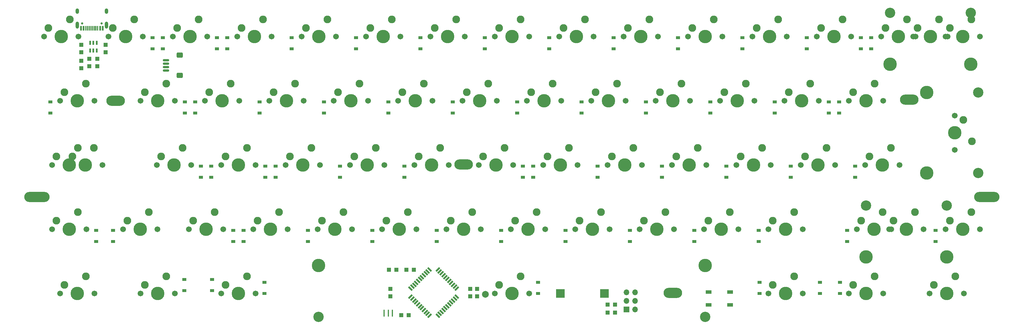
<source format=gbs>
G04 #@! TF.GenerationSoftware,KiCad,Pcbnew,(5.99.0-11336-g5116fa6d12)*
G04 #@! TF.CreationDate,2021-07-24T21:02:53+02:00*
G04 #@! TF.ProjectId,plain60-flex-mkd-iso,706c6169-6e36-4302-9d66-6c65782d6d6b,rev?*
G04 #@! TF.SameCoordinates,Original*
G04 #@! TF.FileFunction,Soldermask,Bot*
G04 #@! TF.FilePolarity,Negative*
%FSLAX46Y46*%
G04 Gerber Fmt 4.6, Leading zero omitted, Abs format (unit mm)*
G04 Created by KiCad (PCBNEW (5.99.0-11336-g5116fa6d12)) date 2021-07-24 21:02:53*
%MOMM*%
%LPD*%
G01*
G04 APERTURE LIST*
G04 Aperture macros list*
%AMRoundRect*
0 Rectangle with rounded corners*
0 $1 Rounding radius*
0 $2 $3 $4 $5 $6 $7 $8 $9 X,Y pos of 4 corners*
0 Add a 4 corners polygon primitive as box body*
4,1,4,$2,$3,$4,$5,$6,$7,$8,$9,$2,$3,0*
0 Add four circle primitives for the rounded corners*
1,1,$1+$1,$2,$3*
1,1,$1+$1,$4,$5*
1,1,$1+$1,$6,$7*
1,1,$1+$1,$8,$9*
0 Add four rect primitives between the rounded corners*
20,1,$1+$1,$2,$3,$4,$5,0*
20,1,$1+$1,$4,$5,$6,$7,0*
20,1,$1+$1,$6,$7,$8,$9,0*
20,1,$1+$1,$8,$9,$2,$3,0*%
%AMRotRect*
0 Rectangle, with rotation*
0 The origin of the aperture is its center*
0 $1 length*
0 $2 width*
0 $3 Rotation angle, in degrees counterclockwise*
0 Add horizontal line*
21,1,$1,$2,0,0,$3*%
G04 Aperture macros list end*
%ADD10C,2.286000*%
%ADD11C,1.701800*%
%ADD12C,3.987800*%
%ADD13C,3.048000*%
%ADD14O,7.500000X3.000000*%
%ADD15O,5.500000X3.000000*%
%ADD16R,1.200000X0.900000*%
%ADD17RotRect,1.500000X0.550000X135.000000*%
%ADD18RotRect,1.500000X0.550000X45.000000*%
%ADD19R,0.400000X2.000000*%
%ADD20R,1.700000X1.000000*%
%ADD21R,1.200000X1.300000*%
%ADD22C,2.000000*%
%ADD23R,1.300000X1.200000*%
%ADD24C,0.650000*%
%ADD25R,0.600000X1.450000*%
%ADD26R,0.300000X1.450000*%
%ADD27O,1.000000X2.100000*%
%ADD28O,1.000000X1.600000*%
%ADD29R,1.200000X1.250000*%
%ADD30R,1.250000X1.200000*%
%ADD31R,0.600000X1.200000*%
%ADD32R,1.700000X1.700000*%
%ADD33O,1.700000X1.700000*%
%ADD34RoundRect,0.150000X0.775000X-0.150000X0.775000X0.150000X-0.775000X0.150000X-0.775000X-0.150000X0*%
%ADD35RoundRect,0.332800X0.567200X-0.467200X0.567200X0.467200X-0.567200X0.467200X-0.567200X-0.467200X0*%
%ADD36R,2.500000X2.500000*%
G04 APERTURE END LIST*
D10*
X78740000Y-23495000D03*
X72390000Y-26035000D03*
D11*
X71120000Y-28575000D03*
X81280000Y-28575000D03*
D12*
X76200000Y-28575000D03*
D10*
X97790000Y-23495000D03*
X91440000Y-26035000D03*
D11*
X90170000Y-28575000D03*
X100330000Y-28575000D03*
D12*
X95250000Y-28575000D03*
D10*
X154940000Y-23495000D03*
X148590000Y-26035000D03*
D12*
X152400000Y-28575000D03*
D11*
X147320000Y-28575000D03*
X157480000Y-28575000D03*
D10*
X173990000Y-23495000D03*
X167640000Y-26035000D03*
D11*
X166370000Y-28575000D03*
X176530000Y-28575000D03*
D12*
X171450000Y-28575000D03*
D10*
X135890000Y-23495000D03*
X129540000Y-26035000D03*
D11*
X138430000Y-28575000D03*
X128270000Y-28575000D03*
D12*
X133350000Y-28575000D03*
D10*
X116840000Y-23495000D03*
X110490000Y-26035000D03*
D11*
X119380000Y-28575000D03*
X109220000Y-28575000D03*
D12*
X114300000Y-28575000D03*
D10*
X16827500Y-23495000D03*
X10477500Y-26035000D03*
D11*
X9207500Y-28575000D03*
D12*
X14287500Y-28575000D03*
D11*
X19367500Y-28575000D03*
D10*
X145415000Y-4445000D03*
X139065000Y-6985000D03*
D12*
X142875000Y-9525000D03*
D11*
X147955000Y-9525000D03*
X137795000Y-9525000D03*
D10*
X183515000Y-4445000D03*
X177165000Y-6985000D03*
D11*
X175895000Y-9525000D03*
X186055000Y-9525000D03*
D12*
X180975000Y-9525000D03*
D10*
X88265000Y-4445000D03*
X81915000Y-6985000D03*
D11*
X90805000Y-9525000D03*
X80645000Y-9525000D03*
D12*
X85725000Y-9525000D03*
D10*
X240665000Y-4445000D03*
X234315000Y-6985000D03*
D12*
X238125000Y-9525000D03*
D11*
X243205000Y-9525000D03*
X233045000Y-9525000D03*
D10*
X221615000Y-4445000D03*
X215265000Y-6985000D03*
D11*
X213995000Y-9525000D03*
X224155000Y-9525000D03*
D12*
X219075000Y-9525000D03*
D10*
X202565000Y-4445000D03*
X196215000Y-6985000D03*
D12*
X200025000Y-9525000D03*
D11*
X205105000Y-9525000D03*
X194945000Y-9525000D03*
D10*
X164465000Y-4445000D03*
X158115000Y-6985000D03*
D11*
X156845000Y-9525000D03*
X167005000Y-9525000D03*
D12*
X161925000Y-9525000D03*
D10*
X126365000Y-4445000D03*
X120015000Y-6985000D03*
D12*
X123825000Y-9525000D03*
D11*
X118745000Y-9525000D03*
X128905000Y-9525000D03*
D10*
X107315000Y-4445000D03*
X100965000Y-6985000D03*
D11*
X109855000Y-9525000D03*
X99695000Y-9525000D03*
D12*
X104775000Y-9525000D03*
D10*
X69215000Y-4445000D03*
X62865000Y-6985000D03*
D11*
X61595000Y-9525000D03*
D12*
X66675000Y-9525000D03*
D11*
X71755000Y-9525000D03*
D10*
X31115000Y-4445000D03*
X24765000Y-6985000D03*
D12*
X28575000Y-9525000D03*
D11*
X33655000Y-9525000D03*
X23495000Y-9525000D03*
D10*
X12065000Y-4445000D03*
X5715000Y-6985000D03*
D12*
X9525000Y-9525000D03*
D11*
X14605000Y-9525000D03*
X4445000Y-9525000D03*
D10*
X40640000Y-80645000D03*
X34290000Y-83185000D03*
D11*
X33020000Y-85725000D03*
X43180000Y-85725000D03*
D12*
X38100000Y-85725000D03*
D10*
X150177500Y-61595000D03*
X143827500Y-64135000D03*
D11*
X152717500Y-66675000D03*
X142557500Y-66675000D03*
D12*
X147637500Y-66675000D03*
D10*
X226377500Y-61595000D03*
X220027500Y-64135000D03*
D12*
X223837500Y-66675000D03*
D11*
X218757500Y-66675000D03*
X228917500Y-66675000D03*
D10*
X169227500Y-61595000D03*
X162877500Y-64135000D03*
D11*
X171767500Y-66675000D03*
D12*
X166687500Y-66675000D03*
D11*
X161607500Y-66675000D03*
D10*
X131127500Y-61595000D03*
X124777500Y-64135000D03*
D11*
X123507500Y-66675000D03*
D12*
X128587500Y-66675000D03*
D11*
X133667500Y-66675000D03*
D10*
X188277500Y-61595000D03*
X181927500Y-64135000D03*
D11*
X190817500Y-66675000D03*
X180657500Y-66675000D03*
D12*
X185737500Y-66675000D03*
D10*
X16827500Y-80645000D03*
X10477500Y-83185000D03*
D11*
X9207500Y-85725000D03*
X19367500Y-85725000D03*
D12*
X14287500Y-85725000D03*
D10*
X250190000Y-23495000D03*
X243840000Y-26035000D03*
D11*
X242570000Y-28575000D03*
D12*
X247650000Y-28575000D03*
D11*
X252730000Y-28575000D03*
D10*
X54927500Y-61595000D03*
X48577500Y-64135000D03*
D12*
X52387500Y-66675000D03*
D11*
X57467500Y-66675000D03*
X47307500Y-66675000D03*
D10*
X193040000Y-23495000D03*
X186690000Y-26035000D03*
D12*
X190500000Y-28575000D03*
D11*
X185420000Y-28575000D03*
X195580000Y-28575000D03*
D10*
X121602500Y-42545000D03*
X115252500Y-45085000D03*
D11*
X113982500Y-47625000D03*
D12*
X119062500Y-47625000D03*
D11*
X124142500Y-47625000D03*
D10*
X64452500Y-42545000D03*
X58102500Y-45085000D03*
D12*
X61912500Y-47625000D03*
D11*
X66992500Y-47625000D03*
X56832500Y-47625000D03*
D10*
X254952500Y-42545000D03*
X248602500Y-45085000D03*
D12*
X252412500Y-47625000D03*
D11*
X257492500Y-47625000D03*
X247332500Y-47625000D03*
D10*
X278765000Y-61595000D03*
X272415000Y-64135000D03*
D11*
X271145000Y-66675000D03*
X281305000Y-66675000D03*
D12*
X276225000Y-66675000D03*
D10*
X178752500Y-42545000D03*
X172402500Y-45085000D03*
D11*
X181292500Y-47625000D03*
D12*
X176212500Y-47625000D03*
D11*
X171132500Y-47625000D03*
D10*
X278924687Y-40640061D03*
X276384687Y-34290061D03*
D12*
X265588787Y-26162961D03*
X265588787Y-50038961D03*
D11*
X273844687Y-33020061D03*
D12*
X273844687Y-38100061D03*
D13*
X280828787Y-26162961D03*
X280828787Y-50038961D03*
D11*
X273844687Y-43180061D03*
D10*
X231140000Y-23495000D03*
X224790000Y-26035000D03*
D12*
X228600000Y-28575000D03*
D11*
X233680000Y-28575000D03*
X223520000Y-28575000D03*
D10*
X64452500Y-80645000D03*
X58102500Y-83185000D03*
D12*
X61912500Y-85725000D03*
D11*
X66992500Y-85725000D03*
X56832500Y-85725000D03*
D10*
X83502500Y-42545000D03*
X77152500Y-45085000D03*
D12*
X80962500Y-47625000D03*
D11*
X75882500Y-47625000D03*
X86042500Y-47625000D03*
D10*
X159702500Y-42545000D03*
X153352500Y-45085000D03*
D11*
X162242500Y-47625000D03*
X152082500Y-47625000D03*
D12*
X157162500Y-47625000D03*
D10*
X102552500Y-42545000D03*
X96202500Y-45085000D03*
D11*
X105092500Y-47625000D03*
D12*
X100012500Y-47625000D03*
D11*
X94932500Y-47625000D03*
D10*
X45402500Y-42545000D03*
X39052500Y-45085000D03*
D12*
X42862500Y-47625000D03*
D11*
X37782500Y-47625000D03*
X47942500Y-47625000D03*
D10*
X197802500Y-42545000D03*
X191452500Y-45085000D03*
D11*
X190182500Y-47625000D03*
D12*
X195262500Y-47625000D03*
D11*
X200342500Y-47625000D03*
D10*
X14446277Y-61594925D03*
X8096277Y-64134925D03*
D11*
X6826277Y-66674925D03*
D12*
X11906277Y-66674925D03*
D11*
X16986277Y-66674925D03*
D10*
X235902500Y-42545000D03*
X229552500Y-45085000D03*
D12*
X233362500Y-47625000D03*
D11*
X238442500Y-47625000D03*
X228282500Y-47625000D03*
D10*
X216852500Y-42545000D03*
X210502500Y-45085000D03*
D11*
X209232500Y-47625000D03*
X219392500Y-47625000D03*
D12*
X214312500Y-47625000D03*
D10*
X212090000Y-23495000D03*
X205740000Y-26035000D03*
D11*
X204470000Y-28575000D03*
X214630000Y-28575000D03*
D12*
X209550000Y-28575000D03*
D10*
X140652500Y-42545000D03*
X134302500Y-45085000D03*
D11*
X133032500Y-47625000D03*
D12*
X138112500Y-47625000D03*
D11*
X143192500Y-47625000D03*
D10*
X19208750Y-42545000D03*
X12858750Y-45085000D03*
D11*
X11588750Y-47625000D03*
D12*
X16668750Y-47625000D03*
D11*
X21748750Y-47625000D03*
D10*
X112077500Y-61595000D03*
X105727500Y-64135000D03*
D11*
X114617500Y-66675000D03*
X104457500Y-66675000D03*
D12*
X109537500Y-66675000D03*
D10*
X250190000Y-80645000D03*
X243840000Y-83185000D03*
D12*
X247650000Y-85725000D03*
D11*
X242570000Y-85725000D03*
X252730000Y-85725000D03*
D10*
X73977500Y-61595000D03*
X67627500Y-64135000D03*
D11*
X76517500Y-66675000D03*
X66357500Y-66675000D03*
D12*
X71437500Y-66675000D03*
D10*
X226377500Y-80645000D03*
X220027500Y-83185000D03*
D12*
X223837500Y-85725000D03*
D11*
X218757500Y-85725000D03*
X228917500Y-85725000D03*
D10*
X274002728Y-80645072D03*
X267652728Y-83185072D03*
D11*
X266382728Y-85725072D03*
X276542728Y-85725072D03*
D12*
X271462728Y-85725072D03*
D14*
X283368988Y-57125000D03*
X2381252Y-57125000D03*
D10*
X40640000Y-23495000D03*
X34290000Y-26035000D03*
D12*
X38100000Y-28575000D03*
D11*
X43180000Y-28575000D03*
X33020000Y-28575000D03*
D10*
X278764977Y-4445061D03*
X272414977Y-6985061D03*
D11*
X281304977Y-9525061D03*
X271144977Y-9525061D03*
D12*
X276224977Y-9525061D03*
D10*
X35427500Y-61595000D03*
X29077500Y-64135000D03*
D12*
X32887500Y-66675000D03*
D11*
X27807500Y-66675000D03*
X37967500Y-66675000D03*
D15*
X190500160Y-85525000D03*
D10*
X93027500Y-61595000D03*
X86677500Y-64135000D03*
D11*
X85407500Y-66675000D03*
X95567500Y-66675000D03*
D12*
X90487500Y-66675000D03*
D10*
X14446277Y-42544925D03*
X8096277Y-45084925D03*
D12*
X11906277Y-47624925D03*
D11*
X16986277Y-47624925D03*
X6826277Y-47624925D03*
D15*
X260425000Y-28227050D03*
D10*
X259714977Y-4445061D03*
X253364977Y-6985061D03*
D12*
X257174977Y-9525061D03*
D11*
X252094977Y-9525061D03*
X262254977Y-9525061D03*
D10*
X252571287Y-61595061D03*
X246221287Y-64135061D03*
D12*
X250031287Y-66675061D03*
D11*
X244951287Y-66675061D03*
X255111287Y-66675061D03*
X271780087Y-9524961D03*
D13*
X278638087Y-2539961D03*
D12*
X254762087Y-17779961D03*
D11*
X261620087Y-9524961D03*
D12*
X266700087Y-9524961D03*
D13*
X254762087Y-2539961D03*
D12*
X278638087Y-17779961D03*
D10*
X269240087Y-4444961D03*
X262890087Y-6984961D03*
X207327500Y-61595000D03*
X200977500Y-64135000D03*
D11*
X199707500Y-66675000D03*
X209867500Y-66675000D03*
D12*
X204787500Y-66675000D03*
D15*
X128587608Y-47425040D03*
D10*
X59690000Y-23495000D03*
X53340000Y-26035000D03*
D12*
X57150000Y-28575000D03*
D11*
X62230000Y-28575000D03*
X52070000Y-28575000D03*
D15*
X25600000Y-28576024D03*
D10*
X262096347Y-61595011D03*
X255746347Y-64135011D03*
D11*
X264636347Y-66675011D03*
D13*
X271494347Y-59690011D03*
X247618347Y-59690011D03*
D11*
X254476347Y-66675011D03*
D12*
X259556347Y-66675011D03*
X247618347Y-74930011D03*
X271494347Y-74930011D03*
X200056750Y-77470000D03*
D13*
X200056750Y-92710000D03*
X85693250Y-92710000D03*
D12*
X85693250Y-77470000D03*
D10*
X145415000Y-80645000D03*
X139065000Y-83185000D03*
D11*
X147955000Y-85725000D03*
D12*
X142875000Y-85725000D03*
D11*
X137795000Y-85725000D03*
D10*
X50165000Y-4445000D03*
X43815000Y-6985000D03*
D12*
X47625000Y-9525000D03*
D11*
X52705000Y-9525000D03*
X42545000Y-9525000D03*
D16*
X239932417Y-85725561D03*
X239932417Y-82425561D03*
X216098619Y-85725561D03*
X216098619Y-82425561D03*
X150614189Y-85725561D03*
X150614189Y-82425561D03*
X69679287Y-85725561D03*
X69679287Y-82425561D03*
X268225000Y-70325000D03*
X268225000Y-67025000D03*
X242031460Y-70325056D03*
X242031460Y-67025056D03*
X215837500Y-70325000D03*
X215837500Y-67025000D03*
X196787500Y-70325000D03*
X196787500Y-67025000D03*
X139637500Y-70325000D03*
X139637500Y-67025000D03*
X101537500Y-70325000D03*
X101537500Y-67025000D03*
X82487500Y-70325000D03*
X82487500Y-67025000D03*
X220600000Y-32225000D03*
X220600000Y-28925000D03*
X225362500Y-51275000D03*
X225362500Y-47975000D03*
X49150000Y-32225000D03*
X49150000Y-28925000D03*
X182500000Y-32225000D03*
X182500000Y-28925000D03*
X206312500Y-51275000D03*
X206312500Y-47975000D03*
X111062500Y-51275000D03*
X111062500Y-47975000D03*
X53912500Y-51275000D03*
X53912500Y-47975000D03*
X187262500Y-51275000D03*
X187262500Y-47975000D03*
X146112500Y-51275000D03*
X146112500Y-47975000D03*
X50862500Y-51275000D03*
X50862500Y-47975000D03*
X72962500Y-51275000D03*
X72962500Y-47975000D03*
X106300000Y-32225000D03*
X106300000Y-28925000D03*
X201550000Y-32225000D03*
X201550000Y-28925000D03*
X125350000Y-32225000D03*
X125350000Y-28925000D03*
X163450000Y-32225000D03*
X163450000Y-28925000D03*
X149162500Y-51275000D03*
X149162500Y-47975000D03*
X92012500Y-51275000D03*
X92012500Y-47975000D03*
X60387500Y-70325000D03*
X60387500Y-67025000D03*
X158687500Y-70325000D03*
X158687500Y-67025000D03*
X244412500Y-51275000D03*
X244412500Y-47975000D03*
X45904299Y-84900061D03*
X45904299Y-81600061D03*
X168212500Y-51275000D03*
X168212500Y-47975000D03*
X87250000Y-32225000D03*
X87250000Y-28925000D03*
X239650000Y-32225000D03*
X239650000Y-28925000D03*
X69912500Y-51275000D03*
X69912500Y-47975000D03*
X144400000Y-32225000D03*
X144400000Y-28925000D03*
X177737500Y-70325000D03*
X177737500Y-67025000D03*
X120587500Y-70325000D03*
X120587500Y-67025000D03*
X68200000Y-32225000D03*
X68200000Y-28925000D03*
D17*
X126576021Y-86684407D03*
X126010335Y-87250092D03*
X125444650Y-87815777D03*
X124878965Y-88381463D03*
X124313279Y-88947148D03*
X123747594Y-89512834D03*
X123181908Y-90078519D03*
X122616223Y-90644205D03*
X122050537Y-91209890D03*
X121484852Y-91775575D03*
X120919167Y-92341261D03*
D18*
X118515003Y-92341261D03*
X117949318Y-91775575D03*
X117383633Y-91209890D03*
X116817947Y-90644205D03*
X116252262Y-90078519D03*
X115686576Y-89512834D03*
X115120891Y-88947148D03*
X114555205Y-88381463D03*
X113989520Y-87815777D03*
X113423835Y-87250092D03*
X112858149Y-86684407D03*
D17*
X112858149Y-84280243D03*
X113423835Y-83714558D03*
X113989520Y-83148873D03*
X114555205Y-82583187D03*
X115120891Y-82017502D03*
X115686576Y-81451816D03*
X116252262Y-80886131D03*
X116817947Y-80320445D03*
X117383633Y-79754760D03*
X117949318Y-79189075D03*
X118515003Y-78623389D03*
D18*
X120919167Y-78623389D03*
X121484852Y-79189075D03*
X122050537Y-79754760D03*
X122616223Y-80320445D03*
X123181908Y-80886131D03*
X123747594Y-81451816D03*
X124313279Y-82017502D03*
X124878965Y-82583187D03*
X125444650Y-83148873D03*
X126010335Y-83714558D03*
X126576021Y-84280243D03*
D19*
X105079287Y-91600061D03*
X107479287Y-91600061D03*
X106279287Y-91600061D03*
D20*
X201079287Y-85300061D03*
X207379287Y-85300061D03*
X207379287Y-89100061D03*
X201079287Y-89100061D03*
D21*
X106479287Y-78700061D03*
X108679287Y-78700061D03*
D16*
X172975000Y-13175000D03*
X172975000Y-9875000D03*
X153925000Y-13175000D03*
X153925000Y-9875000D03*
X230125000Y-13175000D03*
X230125000Y-9875000D03*
X192025000Y-13175000D03*
X192025000Y-9875000D03*
X246125000Y-13175000D03*
X246125000Y-9875000D03*
X46100000Y-32225000D03*
X46100000Y-28925000D03*
X6287500Y-32225000D03*
X6287500Y-28925000D03*
X211075000Y-13175000D03*
X211075000Y-9875000D03*
X115825000Y-13175000D03*
X115825000Y-9875000D03*
X55625000Y-13175000D03*
X55625000Y-9875000D03*
X77725000Y-13175000D03*
X77725000Y-9875000D03*
X134875000Y-13175000D03*
X134875000Y-9875000D03*
X96775000Y-13175000D03*
X96775000Y-9875000D03*
X58675000Y-13175000D03*
X58675000Y-9875000D03*
D22*
X134979287Y-85950061D03*
D16*
X233979287Y-85725561D03*
X233979287Y-82425561D03*
D23*
X17859390Y-18364077D03*
X17859390Y-16164077D03*
D24*
X21458000Y-5630000D03*
X15678000Y-5630000D03*
D25*
X15343000Y-7075000D03*
X16118000Y-7075000D03*
D26*
X16818000Y-7075000D03*
X17318000Y-7075000D03*
X17818000Y-7075000D03*
X18318000Y-7075000D03*
X18818000Y-7075000D03*
X19318000Y-7075000D03*
X19818000Y-7075000D03*
X20318000Y-7075000D03*
D25*
X21018000Y-7075000D03*
X21793000Y-7075000D03*
D27*
X22888000Y-6160000D03*
D28*
X22888000Y-1980000D03*
X14248000Y-1980000D03*
D27*
X14248000Y-6160000D03*
D16*
X63437500Y-70325000D03*
X63437500Y-67025000D03*
D29*
X110129287Y-92150061D03*
X112329287Y-92150061D03*
D30*
X130529287Y-84400061D03*
X130529287Y-86600061D03*
D16*
X19906277Y-70324925D03*
X19906277Y-67024925D03*
X236600000Y-32225000D03*
X236600000Y-28925000D03*
D23*
X15478138Y-18959390D03*
X15478138Y-16759390D03*
D16*
X36575000Y-13175000D03*
X36575000Y-9875000D03*
D23*
X20240642Y-16164077D03*
X20240642Y-18364077D03*
D29*
X171189287Y-91371313D03*
X173389287Y-91371313D03*
D30*
X106929287Y-86550061D03*
X106929287Y-84350061D03*
D21*
X173389287Y-88990061D03*
X171189287Y-88990061D03*
D23*
X22621894Y-11996886D03*
X22621894Y-14196886D03*
D16*
X39625000Y-13175000D03*
X39625000Y-9875000D03*
X54128819Y-84900061D03*
X54128819Y-81600061D03*
D31*
X18100016Y-11351573D03*
X19050016Y-11351573D03*
X20000016Y-11351573D03*
X20000016Y-13651573D03*
X19050016Y-13651573D03*
X18100016Y-13651573D03*
D32*
X176729287Y-90510061D03*
D33*
X179269287Y-90510061D03*
X176729287Y-87970061D03*
X179269287Y-87970061D03*
X176729287Y-85430061D03*
X179269287Y-85430061D03*
D23*
X15478138Y-14196886D03*
X15478138Y-11996886D03*
D34*
X40531287Y-16566061D03*
X40531287Y-17566061D03*
X40531287Y-18566061D03*
X40531287Y-19566061D03*
D35*
X44556287Y-15066061D03*
X44556287Y-21066061D03*
D36*
X157211075Y-85725072D03*
X170211075Y-85725072D03*
D30*
X132529287Y-84400061D03*
X132529287Y-86600061D03*
D29*
X113829287Y-78700061D03*
X111629287Y-78700061D03*
D16*
X24887500Y-70325000D03*
X24887500Y-67025000D03*
X249174977Y-13175061D03*
X249174977Y-9875061D03*
M02*

</source>
